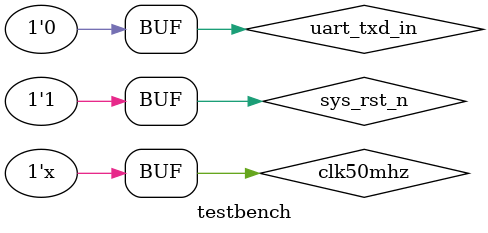
<source format=v>
`timescale 1ns/1ns

module testbench();

reg clk50mhz;
reg sys_rst_n;

wire [3:0] led;
wire       uart_rxd_out;
wire       uart_txd_in = 1'b0;

initial
begin
    clk50mhz  = 1'b0;
    sys_rst_n <= 1'b0;
    #500;
    sys_rst_n <= 1'b1;
end

always #10 clk50mhz = ~clk50mhz;

top top
(
    .clk50mhz     (clk50mhz),
    .sys_rst_n    (sys_rst_n),
    .led          (led),
    .uart_rxd_out (uart_rxd_out),
    .uart_txd_in  (uart_txd_in),

    .ddr3_reset_n (),
    .ddr3_cke     (),
    .ddr3_ck_p    (), 
    .ddr3_ck_n    (),
    .ddr3_cs_n    (),
    .ddr3_ras_n   (), 
    .ddr3_cas_n   (), 
    .ddr3_we_n    (),
    .ddr3_ba      (),
    .ddr3_addr    (),
    .ddr3_odt     (),
    .ddr3_dm      (),
    .ddr3_dqs_p   (),
    .ddr3_dqs_n   (),
    .ddr3_dq      ()  
);

endmodule

</source>
